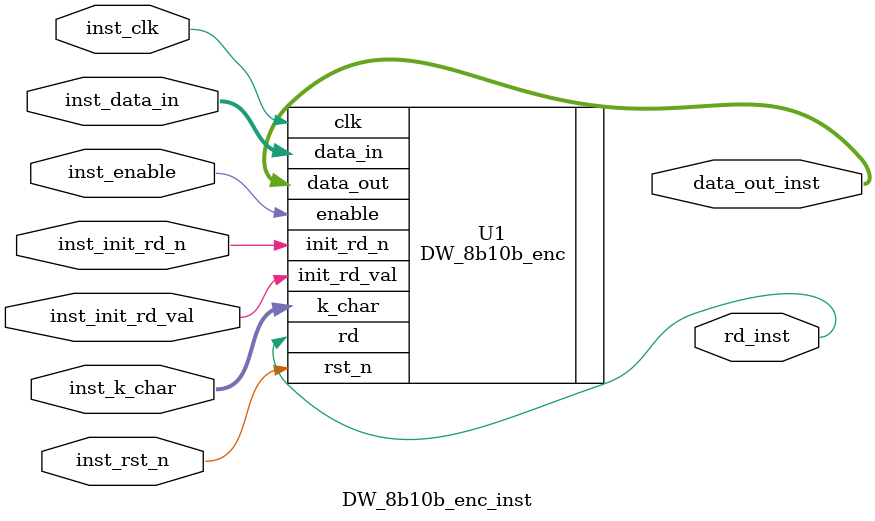
<source format=v>
module DW_8b10b_enc_inst(inst_clk, inst_rst_n, inst_init_rd_n,
                         inst_init_rd_val, inst_k_char, 
                         inst_data_in, rd_inst, data_out_inst, inst_enable );
  parameter inst_bytes = 2;
  parameter inst_k28_5_only = 0;
  parameter inst_en_mode = 1;
  parameter inst_init_mode = 1;
  parameter inst_rst_mode = 0;
  parameter inst_op_iso_mode = 0;

  input inst_clk;
  input inst_rst_n;
  input inst_init_rd_n;
  input inst_init_rd_val;
  input [inst_bytes-1 : 0] inst_k_char;
  input [inst_bytes*8-1 : 0] inst_data_in;
  output rd_inst;
  output [inst_bytes*10-1 : 0] data_out_inst;
  input inst_enable;

  // Instance of DW_8b10b_enc
  DW_8b10b_enc #(inst_bytes, inst_k28_5_only, inst_en_mode, 
                 inst_init_mode, inst_rst_mode, inst_op_iso_mode)
    U1 (.clk(inst_clk),   .rst_n(inst_rst_n),   .init_rd_n(inst_init_rd_n),
        .init_rd_val(inst_init_rd_val),   .k_char(inst_k_char),
        .data_in(inst_data_in),   .rd(rd_inst),   .data_out(data_out_inst),
        .enable(inst_enable)  );
endmodule

</source>
